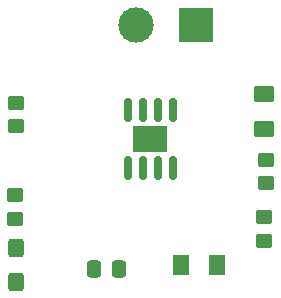
<source format=gbr>
%TF.GenerationSoftware,KiCad,Pcbnew,(6.0.10-0)*%
%TF.CreationDate,2023-02-17T15:47:28-08:00*%
%TF.ProjectId,problem2,70726f62-6c65-46d3-922e-6b696361645f,rev?*%
%TF.SameCoordinates,Original*%
%TF.FileFunction,Soldermask,Top*%
%TF.FilePolarity,Negative*%
%FSLAX46Y46*%
G04 Gerber Fmt 4.6, Leading zero omitted, Abs format (unit mm)*
G04 Created by KiCad (PCBNEW (6.0.10-0)) date 2023-02-17 15:47:28*
%MOMM*%
%LPD*%
G01*
G04 APERTURE LIST*
G04 Aperture macros list*
%AMRoundRect*
0 Rectangle with rounded corners*
0 $1 Rounding radius*
0 $2 $3 $4 $5 $6 $7 $8 $9 X,Y pos of 4 corners*
0 Add a 4 corners polygon primitive as box body*
4,1,4,$2,$3,$4,$5,$6,$7,$8,$9,$2,$3,0*
0 Add four circle primitives for the rounded corners*
1,1,$1+$1,$2,$3*
1,1,$1+$1,$4,$5*
1,1,$1+$1,$6,$7*
1,1,$1+$1,$8,$9*
0 Add four rect primitives between the rounded corners*
20,1,$1+$1,$2,$3,$4,$5,0*
20,1,$1+$1,$4,$5,$6,$7,0*
20,1,$1+$1,$6,$7,$8,$9,0*
20,1,$1+$1,$8,$9,$2,$3,0*%
G04 Aperture macros list end*
%ADD10RoundRect,0.250000X-0.450000X0.350000X-0.450000X-0.350000X0.450000X-0.350000X0.450000X0.350000X0*%
%ADD11RoundRect,0.250001X0.624999X-0.462499X0.624999X0.462499X-0.624999X0.462499X-0.624999X-0.462499X0*%
%ADD12R,3.000000X3.000000*%
%ADD13C,3.000000*%
%ADD14RoundRect,0.250001X-0.462499X-0.624999X0.462499X-0.624999X0.462499X0.624999X-0.462499X0.624999X0*%
%ADD15RoundRect,0.150000X0.150000X-0.825000X0.150000X0.825000X-0.150000X0.825000X-0.150000X-0.825000X0*%
%ADD16R,3.000000X2.290000*%
%ADD17RoundRect,0.250000X0.337500X0.475000X-0.337500X0.475000X-0.337500X-0.475000X0.337500X-0.475000X0*%
%ADD18RoundRect,0.250000X-0.425000X0.537500X-0.425000X-0.537500X0.425000X-0.537500X0.425000X0.537500X0*%
G04 APERTURE END LIST*
D10*
%TO.C,R2*%
X111645000Y-80457616D03*
X111645000Y-82457616D03*
%TD*%
D11*
%TO.C,D1*%
X132750000Y-74892820D03*
X132750000Y-71917820D03*
%TD*%
D10*
%TO.C,R1*%
X111760000Y-72660000D03*
X111760000Y-74660000D03*
%TD*%
D12*
%TO.C,J1*%
X127000000Y-66040000D03*
D13*
X121920000Y-66040000D03*
%TD*%
D14*
%TO.C,D2*%
X125742500Y-86360000D03*
X128717500Y-86360000D03*
%TD*%
D15*
%TO.C,U1*%
X121195000Y-78215000D03*
X122465000Y-78215000D03*
X123735000Y-78215000D03*
X125005000Y-78215000D03*
X125005000Y-73265000D03*
X123735000Y-73265000D03*
X122465000Y-73265000D03*
X121195000Y-73265000D03*
D16*
X123100000Y-75740000D03*
%TD*%
D17*
%TO.C,C2*%
X120417500Y-86752488D03*
X118342500Y-86752488D03*
%TD*%
D10*
%TO.C,R4*%
X132750000Y-82345320D03*
X132750000Y-84345320D03*
%TD*%
%TO.C,R3*%
X132927064Y-77485320D03*
X132927064Y-79485320D03*
%TD*%
D18*
%TO.C,C1*%
X111760000Y-84922500D03*
X111760000Y-87797500D03*
%TD*%
M02*

</source>
